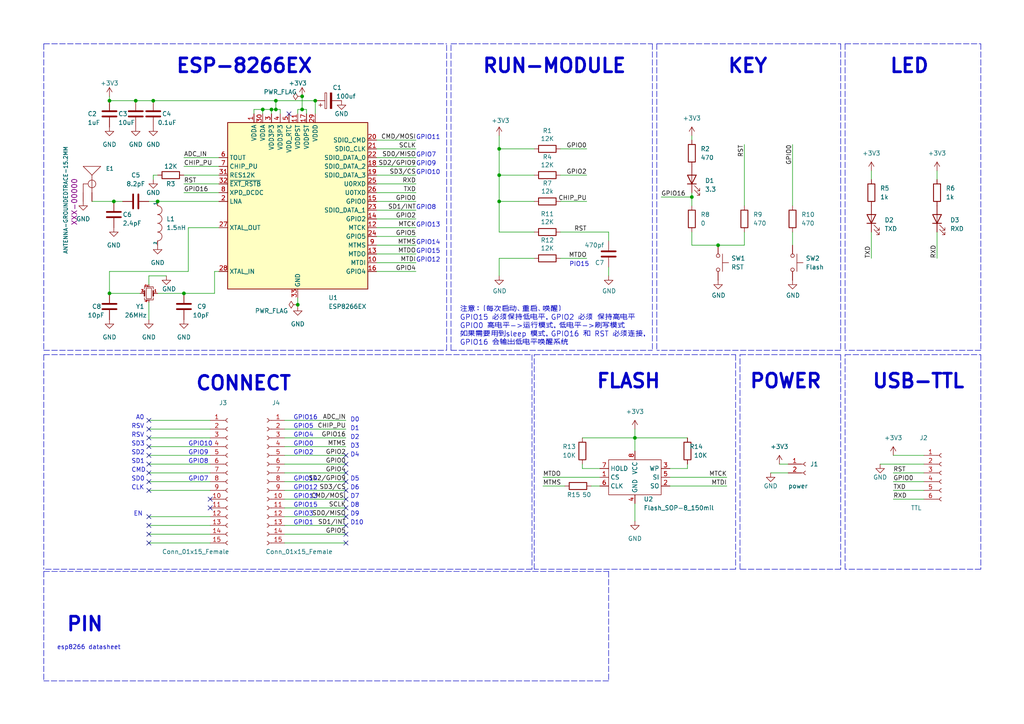
<source format=kicad_sch>
(kicad_sch (version 20211123) (generator eeschema)
  (paper "A4")
  (lib_symbols
    (symbol "Connector:Conn_01x02_Female" (pin_names (offset 1.016) hide)
      (property "Reference" "J" (at 0 2.54 0))
      (property "Value" "Conn_01x02_Female" (at 0 -5.08 0))
      (symbol "Conn_01x02_Female_1_1"
        (arc (start 0 -2.032) (mid -0.508 -2.54) (end 0 -3.048) (stroke (width 0.1524)))
        (polyline (pts (xy -1.27 -2.54) (xy -0.508 -2.54)) (stroke (width 0.1524)))
        (polyline (pts (xy -1.27 0) (xy -0.508 0)) (stroke (width 0.1524)))
        (arc (start 0 0.508) (mid -0.508 0) (end 0 -0.508) (stroke (width 0.1524)))
        (pin passive line (at -5.08 0 0) (length 3.81) (name "Pin_1") (number "1"))
        (pin passive line (at -5.08 -2.54 0) (length 3.81) (name "Pin_2") (number "2"))
      )
    )
    (symbol "Connector:Conn_01x06_Female" (pin_names (offset 1.016) hide)
      (property "Reference" "J" (at 0 7.62 0))
      (property "Value" "Conn_01x06_Female" (at 0 -10.16 0))
      (symbol "Conn_01x06_Female_1_1"
        (arc (start 0 -7.112) (mid -0.508 -7.62) (end 0 -8.128) (stroke (width 0.1524)))
        (arc (start 0 -4.572) (mid -0.508 -5.08) (end 0 -5.588) (stroke (width 0.1524)))
        (arc (start 0 -2.032) (mid -0.508 -2.54) (end 0 -3.048) (stroke (width 0.1524)))
        (polyline (pts (xy -1.27 -7.62) (xy -0.508 -7.62)) (stroke (width 0.1524)))
        (polyline (pts (xy -1.27 -5.08) (xy -0.508 -5.08)) (stroke (width 0.1524)))
        (polyline (pts (xy -1.27 -2.54) (xy -0.508 -2.54)) (stroke (width 0.1524)))
        (polyline (pts (xy -1.27 0) (xy -0.508 0)) (stroke (width 0.1524)))
        (polyline (pts (xy -1.27 2.54) (xy -0.508 2.54)) (stroke (width 0.1524)))
        (polyline (pts (xy -1.27 5.08) (xy -0.508 5.08)) (stroke (width 0.1524)))
        (arc (start 0 0.508) (mid -0.508 0) (end 0 -0.508) (stroke (width 0.1524)))
        (arc (start 0 3.048) (mid -0.508 2.54) (end 0 2.032) (stroke (width 0.1524)))
        (arc (start 0 5.588) (mid -0.508 5.08) (end 0 4.572) (stroke (width 0.1524)))
        (pin passive line (at -5.08 5.08 0) (length 3.81) (name "Pin_1") (number "1"))
        (pin passive line (at -5.08 2.54 0) (length 3.81) (name "Pin_2") (number "2"))
        (pin passive line (at -5.08 0 0) (length 3.81) (name "Pin_3") (number "3"))
        (pin passive line (at -5.08 -2.54 0) (length 3.81) (name "Pin_4") (number "4"))
        (pin passive line (at -5.08 -5.08 0) (length 3.81) (name "Pin_5") (number "5"))
        (pin passive line (at -5.08 -7.62 0) (length 3.81) (name "Pin_6") (number "6"))
      )
    )
    (symbol "Connector:Conn_01x15_Female" (pin_names (offset 1.016) hide)
      (property "Reference" "J" (at 0 20.32 0))
      (property "Value" "Conn_01x15_Female" (at 0 -20.32 0))
      (symbol "Conn_01x15_Female_1_1"
        (arc (start 0 -17.272) (mid -0.508 -17.78) (end 0 -18.288) (stroke (width 0.1524)))
        (arc (start 0 -14.732) (mid -0.508 -15.24) (end 0 -15.748) (stroke (width 0.1524)))
        (arc (start 0 -12.192) (mid -0.508 -12.7) (end 0 -13.208) (stroke (width 0.1524)))
        (arc (start 0 -9.652) (mid -0.508 -10.16) (end 0 -10.668) (stroke (width 0.1524)))
        (arc (start 0 -7.112) (mid -0.508 -7.62) (end 0 -8.128) (stroke (width 0.1524)))
        (arc (start 0 -4.572) (mid -0.508 -5.08) (end 0 -5.588) (stroke (width 0.1524)))
        (arc (start 0 -2.032) (mid -0.508 -2.54) (end 0 -3.048) (stroke (width 0.1524)))
        (polyline (pts (xy -1.27 -17.78) (xy -0.508 -17.78)) (stroke (width 0.1524)))
        (polyline (pts (xy -1.27 -15.24) (xy -0.508 -15.24)) (stroke (width 0.1524)))
        (polyline (pts (xy -1.27 -12.7) (xy -0.508 -12.7)) (stroke (width 0.1524)))
        (polyline (pts (xy -1.27 -10.16) (xy -0.508 -10.16)) (stroke (width 0.1524)))
        (polyline (pts (xy -1.27 -7.62) (xy -0.508 -7.62)) (stroke (width 0.1524)))
        (polyline (pts (xy -1.27 -5.08) (xy -0.508 -5.08)) (stroke (width 0.1524)))
        (polyline (pts (xy -1.27 -2.54) (xy -0.508 -2.54)) (stroke (width 0.1524)))
        (polyline (pts (xy -1.27 0) (xy -0.508 0)) (stroke (width 0.1524)))
        (polyline (pts (xy -1.27 2.54) (xy -0.508 2.54)) (stroke (width 0.1524)))
        (polyline (pts (xy -1.27 5.08) (xy -0.508 5.08)) (stroke (width 0.1524)))
        (polyline (pts (xy -1.27 7.62) (xy -0.508 7.62)) (stroke (width 0.1524)))
        (polyline (pts (xy -1.27 10.16) (xy -0.508 10.16)) (stroke (width 0.1524)))
        (polyline (pts (xy -1.27 12.7) (xy -0.508 12.7)) (stroke (width 0.1524)))
        (polyline (pts (xy -1.27 15.24) (xy -0.508 15.24)) (stroke (width 0.1524)))
        (polyline (pts (xy -1.27 17.78) (xy -0.508 17.78)) (stroke (width 0.1524)))
        (arc (start 0 0.508) (mid -0.508 0) (end 0 -0.508) (stroke (width 0.1524)))
        (arc (start 0 3.048) (mid -0.508 2.54) (end 0 2.032) (stroke (width 0.1524)))
        (arc (start 0 5.588) (mid -0.508 5.08) (end 0 4.572) (stroke (width 0.1524)))
        (arc (start 0 8.128) (mid -0.508 7.62) (end 0 7.112) (stroke (width 0.1524)))
        (arc (start 0 10.668) (mid -0.508 10.16) (end 0 9.652) (stroke (width 0.1524)))
        (arc (start 0 13.208) (mid -0.508 12.7) (end 0 12.192) (stroke (width 0.1524)))
        (arc (start 0 15.748) (mid -0.508 15.24) (end 0 14.732) (stroke (width 0.1524)))
        (arc (start 0 18.288) (mid -0.508 17.78) (end 0 17.272) (stroke (width 0.1524)))
        (pin passive line (at -5.08 17.78 0) (length 3.81) (name "Pin_1") (number "1"))
        (pin passive line (at -5.08 -5.08 0) (length 3.81) (name "Pin_10") (number "10"))
        (pin passive line (at -5.08 -7.62 0) (length 3.81) (name "Pin_11") (number "11"))
        (pin passive line (at -5.08 -10.16 0) (length 3.81) (name "Pin_12") (number "12"))
        (pin passive line (at -5.08 -12.7 0) (length 3.81) (name "Pin_13") (number "13"))
        (pin passive line (at -5.08 -15.24 0) (length 3.81) (name "Pin_14") (number "14"))
        (pin passive line (at -5.08 -17.78 0) (length 3.81) (name "Pin_15") (number "15"))
        (pin passive line (at -5.08 15.24 0) (length 3.81) (name "Pin_2") (number "2"))
        (pin passive line (at -5.08 12.7 0) (length 3.81) (name "Pin_3") (number "3"))
        (pin passive line (at -5.08 10.16 0) (length 3.81) (name "Pin_4") (number "4"))
        (pin passive line (at -5.08 7.62 0) (length 3.81) (name "Pin_5") (number "5"))
        (pin passive line (at -5.08 5.08 0) (length 3.81) (name "Pin_6") (number "6"))
        (pin passive line (at -5.08 2.54 0) (length 3.81) (name "Pin_7") (number "7"))
        (pin passive line (at -5.08 0 0) (length 3.81) (name "Pin_8") (number "8"))
        (pin passive line (at -5.08 -2.54 0) (length 3.81) (name "Pin_9") (number "9"))
      )
    )
    (symbol "Device:C" (pin_numbers hide) (pin_names (offset 0.254))
      (property "Reference" "C" (at 0.635 2.54 0))
      (property "Value" "C" (at 0.635 -2.54 0))
      (symbol "C_0_1"
        (polyline (pts (xy -2.032 -0.762) (xy 2.032 -0.762)) (stroke (width 0.508)))
        (polyline (pts (xy -2.032 0.762) (xy 2.032 0.762)) (stroke (width 0.508)))
      )
      (symbol "C_1_1"
        (pin passive line (at 0 3.81 270) (length 2.794) (name "~") (number "1"))
        (pin passive line (at 0 -3.81 90) (length 2.794) (name "~") (number "2"))
      )
    )
    (symbol "Device:C_Polarized" (pin_numbers hide) (pin_names (offset 0.254))
      (property "Reference" "C" (at 0.635 2.54 0))
      (property "Value" "C_Polarized" (at 0.635 -2.54 0))
      (symbol "C_Polarized_0_1"
        (rectangle (start -2.286 0.508) (end 2.286 1.016))
        (polyline (pts (xy -1.778 2.286) (xy -0.762 2.286)))
        (polyline (pts (xy -1.27 2.794) (xy -1.27 1.778)))
        (rectangle (start 2.286 -0.508) (end -2.286 -1.016) (fill (type outline)))
      )
      (symbol "C_Polarized_1_1"
        (pin passive line (at 0 3.81 270) (length 2.794) (name "~") (number "1"))
        (pin passive line (at 0 -3.81 90) (length 2.794) (name "~") (number "2"))
      )
    )
    (symbol "Device:Crystal_GND24_Small" (pin_names (offset 1.016) hide)
      (property "Reference" "Y" (at 1.27 4.445 0))
      (property "Value" "Crystal_GND24_Small" (at 1.27 2.54 0))
      (symbol "Crystal_GND24_Small_0_1"
        (rectangle (start -0.762 -1.524) (end 0.762 1.524))
        (polyline (pts (xy -1.27 -0.762) (xy -1.27 0.762)) (stroke (width 0.381)))
        (polyline (pts (xy 1.27 -0.762) (xy 1.27 0.762)) (stroke (width 0.381)))
        (polyline (pts (xy -1.27 -1.27) (xy -1.27 -1.905) (xy 1.27 -1.905) (xy 1.27 -1.27)))
        (polyline (pts (xy -1.27 1.27) (xy -1.27 1.905) (xy 1.27 1.905) (xy 1.27 1.27)))
      )
      (symbol "Crystal_GND24_Small_1_1"
        (pin passive line (at -2.54 0 0) (length 1.27) (name "1") (number "1"))
        (pin passive line (at 0 -2.54 90) (length 0.635) (name "2") (number "2"))
        (pin passive line (at 2.54 0 180) (length 1.27) (name "3") (number "3"))
        (pin passive line (at 0 2.54 270) (length 0.635) (name "4") (number "4"))
      )
    )
    (symbol "Device:LED" (pin_numbers hide) (pin_names (offset 1.016) hide)
      (property "Reference" "D" (at 0 2.54 0))
      (property "Value" "LED" (at 0 -2.54 0))
      (symbol "LED_0_1"
        (polyline (pts (xy -1.27 -1.27) (xy -1.27 1.27)) (stroke (width 0.254)))
        (polyline (pts (xy -1.27 0) (xy 1.27 0)))
        (polyline (pts (xy 1.27 -1.27) (xy 1.27 1.27) (xy -1.27 0) (xy 1.27 -1.27)) (stroke (width 0.254)))
        (polyline (pts (xy -3.048 -0.762) (xy -4.572 -2.286) (xy -3.81 -2.286) (xy -4.572 -2.286) (xy -4.572 -1.524)))
        (polyline (pts (xy -1.778 -0.762) (xy -3.302 -2.286) (xy -2.54 -2.286) (xy -3.302 -2.286) (xy -3.302 -1.524)))
      )
      (symbol "LED_1_1"
        (pin passive line (at -3.81 0 0) (length 2.54) (name "K") (number "1"))
        (pin passive line (at 3.81 0 180) (length 2.54) (name "A") (number "2"))
      )
    )
    (symbol "Device:R" (pin_numbers hide) (pin_names (offset 0))
      (property "Reference" "R" (at 2.032 0 90))
      (property "Value" "R" (at 0 0 90))
      (symbol "R_0_1"
        (rectangle (start -1.016 -2.54) (end 1.016 2.54) (stroke (width 0.254)))
      )
      (symbol "R_1_1"
        (pin passive line (at 0 3.81 270) (length 1.27) (name "~") (number "1"))
        (pin passive line (at 0 -3.81 90) (length 1.27) (name "~") (number "2"))
      )
    )
    (symbol "MCU_Espressif:ESP8266EX"
      (property "Reference" "U" (at 0 2.54 0))
      (property "Value" "ESP8266EX" (at 0 -2.54 0))
      (symbol "ESP8266EX_0_1"
        (rectangle (start -20.32 22.86) (end 20.32 -25.4) (stroke (width 0.254)) (fill (type background)))
      )
      (symbol "ESP8266EX_1_1"
        (pin power_in line (at -12.7 25.4 270) (length 2.54) (name "VDDA") (number "1"))
        (pin bidirectional line (at 22.86 -17.78 180) (length 2.54) (name "MTDI") (number "10"))
        (pin power_in line (at 0 25.4 270) (length 2.54) (name "VDDPST") (number "11"))
        (pin bidirectional line (at 22.86 -7.62 180) (length 2.54) (name "MTCK") (number "12"))
        (pin bidirectional line (at 22.86 -15.24 180) (length 2.54) (name "MTDO") (number "13"))
        (pin bidirectional line (at 22.86 -5.08 180) (length 2.54) (name "GPIO2") (number "14"))
        (pin bidirectional line (at 22.86 0 180) (length 2.54) (name "GPIO0") (number "15"))
        (pin bidirectional line (at 22.86 -20.32 180) (length 2.54) (name "GPIO4") (number "16"))
        (pin power_in line (at 2.54 25.4 270) (length 2.54) (name "VDDPST") (number "17"))
        (pin bidirectional line (at 22.86 10.16 180) (length 2.54) (name "SDIO_DATA_2") (number "18"))
        (pin bidirectional line (at 22.86 7.62 180) (length 2.54) (name "SDIO_DATA_3") (number "19"))
        (pin bidirectional line (at -22.86 0 0) (length 2.54) (name "LNA") (number "2"))
        (pin bidirectional line (at 22.86 17.78 180) (length 2.54) (name "SDIO_CMD") (number "20"))
        (pin bidirectional line (at 22.86 15.24 180) (length 2.54) (name "SDIO_CLK") (number "21"))
        (pin bidirectional line (at 22.86 12.7 180) (length 2.54) (name "SDIO_DATA_0") (number "22"))
        (pin bidirectional line (at 22.86 -2.54 180) (length 2.54) (name "SDIO_DATA_1") (number "23"))
        (pin bidirectional line (at 22.86 -10.16 180) (length 2.54) (name "GPIO5") (number "24"))
        (pin bidirectional line (at 22.86 5.08 180) (length 2.54) (name "U0RXD") (number "25"))
        (pin bidirectional line (at 22.86 2.54 180) (length 2.54) (name "U0TXD") (number "26"))
        (pin bidirectional line (at -22.86 -7.62 0) (length 2.54) (name "XTAL_OUT") (number "27"))
        (pin bidirectional line (at -22.86 -20.32 0) (length 2.54) (name "XTAL_IN") (number "28"))
        (pin power_in line (at 5.08 25.4 270) (length 2.54) (name "VDDD") (number "29"))
        (pin power_in line (at -7.62 25.4 270) (length 2.54) (name "VDD3P3") (number "3"))
        (pin power_in line (at -10.16 25.4 270) (length 2.54) (name "VDDA") (number "30"))
        (pin input line (at -22.86 7.62 0) (length 2.54) (name "RES12K") (number "31"))
        (pin input line (at -22.86 5.08 0) (length 2.54) (name "~{EXT_RSTB}") (number "32"))
        (pin power_in line (at 0 -27.94 90) (length 2.54) (name "GND") (number "33"))
        (pin power_in line (at -5.08 25.4 270) (length 2.54) (name "VDD3P3") (number "4"))
        (pin power_in line (at -2.54 25.4 270) (length 2.54) (name "VDD_RTC") (number "5"))
        (pin input line (at -22.86 12.7 0) (length 2.54) (name "TOUT") (number "6"))
        (pin input line (at -22.86 10.16 0) (length 2.54) (name "CHIP_PU") (number "7"))
        (pin bidirectional line (at -22.86 2.54 0) (length 2.54) (name "XPD_DCDC") (number "8"))
        (pin bidirectional line (at 22.86 -12.7 180) (length 2.54) (name "MTMS") (number "9"))
      )
    )
    (symbol "My-lib:Flash_SOP-8_150mil"
      (property "Reference" "U" (at 0 -12.7 0))
      (property "Value" "Flash_SOP-8_150mil" (at 0 -15.24 0))
      (symbol "Flash_SOP-8_150mil_0_1"
        (rectangle (start -7.62 5.08) (end 7.62 -5.08))
      )
      (symbol "Flash_SOP-8_150mil_1_1"
        (pin bidirectional line (at -10.16 0 0) (length 2.54) (name "CS") (number "1"))
        (pin bidirectional line (at 10.16 -2.54 180) (length 2.54) (name "SO") (number "2"))
        (pin bidirectional line (at 10.16 2.54 180) (length 2.54) (name "WP") (number "3"))
        (pin bidirectional line (at 0 -7.62 90) (length 2.54) (name "GND") (number "4"))
        (pin bidirectional line (at 10.16 0 180) (length 2.54) (name "SI") (number "5"))
        (pin bidirectional line (at -10.16 -2.54 0) (length 2.54) (name "CLK") (number "6"))
        (pin bidirectional line (at -10.16 2.54 0) (length 2.54) (name "HOLD") (number "7"))
        (pin bidirectional line (at 0 7.62 270) (length 2.54) (name "VCC") (number "8"))
      )
    )
    (symbol "SparkFun-RF:ANTENNA-GROUNDEDTRACE-15.2MM" (pin_numbers hide) (pin_names (offset 1.016) hide)
      (property "Reference" "E" (at 3.81 -1.27 0))
      (property "Value" "ANTENNA-GROUNDEDTRACE-15.2MM" (at 3.81 -10.16 0))
      (property "Field4" "XXX-00000" (at 0 2.54 0))
      (symbol "ANTENNA-GROUNDEDTRACE-15.2MM_1_0"
        (polyline (pts (xy -2.54 0) (xy 2.54 0)))
        (polyline (pts (xy 0 -2.54) (xy -2.54 0)))
        (polyline (pts (xy 0 -2.54) (xy 0 -7.62)))
        (polyline (pts (xy 0 -2.54) (xy 2.54 0)))
        (polyline (pts (xy 1.27 -5.08) (xy 2.54 -5.08)))
        (polyline (pts (xy 2.54 -5.08) (xy 2.54 -7.62)))
      )
      (symbol "ANTENNA-GROUNDEDTRACE-15.2MM_1_1"
        (circle (center 0 -5.08) (radius 1.1176))
        (pin bidirectional line (at 0 -10.16 90) (length 2.54) (name "SIGNAL") (number "ANT"))
        (pin bidirectional line (at 2.54 -10.16 90) (length 2.54) (name "GND") (number "GND"))
      )
    )
    (symbol "Switch:SW_Push" (pin_numbers hide) (pin_names (offset 1.016) hide)
      (property "Reference" "SW" (at 1.27 2.54 0))
      (property "Value" "SW_Push" (at 0 -1.524 0))
      (symbol "SW_Push_0_1"
        (circle (center -2.032 0) (radius 0.508))
        (polyline (pts (xy 0 1.27) (xy 0 3.048)))
        (polyline (pts (xy 2.54 1.27) (xy -2.54 1.27)))
        (circle (center 2.032 0) (radius 0.508))
        (pin passive line (at -5.08 0 0) (length 2.54) (name "1") (number "1"))
        (pin passive line (at 5.08 0 180) (length 2.54) (name "2") (number "2"))
      )
    )
    (symbol "power:+3.3V" (power) (pin_names (offset 0))
      (property "Value" "+3.3V" (at 0 3.556 0))
      (symbol "+3.3V_0_1"
        (polyline (pts (xy -0.762 1.27) (xy 0 2.54)))
        (polyline (pts (xy 0 0) (xy 0 2.54)))
        (polyline (pts (xy 0 2.54) (xy 0.762 1.27)))
      )
      (symbol "+3.3V_1_1"
        (pin power_in line (at 0 0 90) (length 0) hide (name "+3V3") (number "1"))
      )
    )
    (symbol "power:+3V3" (power) (pin_names (offset 0))
      (property "Value" "+3V3" (at 0 3.556 0))
      (symbol "+3V3_0_1"
        (polyline (pts (xy -0.762 1.27) (xy 0 2.54)))
        (polyline (pts (xy 0 0) (xy 0 2.54)))
        (polyline (pts (xy 0 2.54) (xy 0.762 1.27)))
      )
      (symbol "+3V3_1_1"
        (pin power_in line (at 0 0 90) (length 0) hide (name "+3V3") (number "1"))
      )
    )
    (symbol "power:GND" (power) (pin_names (offset 0))
      (property "Value" "GND" (at 0 -3.81 0))
      (symbol "GND_0_1"
        (polyline (pts (xy 0 0) (xy 0 -1.27) (xy 1.27 -1.27) (xy 0 -2.54) (xy -1.27 -1.27) (xy 0 -1.27)))
      )
      (symbol "GND_1_1"
        (pin power_in line (at 0 0 270) (length 0) hide (name "GND") (number "1"))
      )
    )
    (symbol "power:PWR_FLAG" (power) (pin_numbers hide) (pin_names (offset 0) hide)
      (property "Value" "PWR_FLAG" (at 0 3.81 0))
      (symbol "PWR_FLAG_0_0"
        (pin power_out line (at 0 0 90) (length 0) (name "pwr") (number "1"))
      )
      (symbol "PWR_FLAG_0_1"
        (polyline (pts (xy 0 0) (xy 0 1.27) (xy -1.016 1.905) (xy 0 2.54) (xy 1.016 1.905) (xy 0 1.27)))
      )
    )
    (symbol "pspice:INDUCTOR" (pin_numbers hide) (pin_names (offset 0))
      (property "Reference" "L" (at 0 2.54 0))
      (property "Value" "INDUCTOR" (at 0 -1.27 0))
      (symbol "INDUCTOR_0_1"
        (arc (start -2.54 0) (mid -3.81 1.27) (end -5.08 0))
        (arc (start 0 0) (mid -1.27 1.27) (end -2.54 0))
        (arc (start 2.54 0) (mid 1.27 1.27) (end 0 0))
        (arc (start 5.08 0) (mid 3.81 1.27) (end 2.54 0))
      )
      (symbol "INDUCTOR_1_1"
        (pin input line (at -6.35 0 0) (length 1.27) (name "1") (number "1"))
        (pin input line (at 6.35 0 180) (length 1.27) (name "2") (number "2"))
      )
    )
  )
  (junction (at 31.75 85.09))
  (junction (at 87.63 31.75))
  (junction (at 91.44 29.21))
  (junction (at 53.34 85.09))
  (junction (at 80.01 29.21))
  (junction (at 87.63 27.94))
  (junction (at 200.66 57.15))
  (junction (at 44.45 29.21))
  (junction (at 39.37 29.21))
  (junction (at 144.78 58.42))
  (junction (at 80.01 31.75))
  (junction (at 184.15 127))
  (junction (at 78.74 31.75))
  (junction (at 86.36 88.3792))
  (junction (at 76.2 31.75))
  (junction (at 45.72 58.42))
  (junction (at 144.78 50.8))
  (junction (at 144.78 43.18))
  (junction (at 31.75 29.21))
  (junction (at 208.28 71.12))
  (junction (at 33.02 58.42))
  (no_connect (at 43.18 127))
  (no_connect (at 43.18 124.46))
  (no_connect (at 43.18 121.92))
  (no_connect (at 43.18 134.62))
  (no_connect (at 43.18 129.54))
  (no_connect (at 43.18 132.08))
  (no_connect (at 43.18 137.16))
  (no_connect (at 43.18 142.24))
  (no_connect (at 43.18 139.7))
  (no_connect (at 43.18 152.4))
  (no_connect (at 43.18 154.94))
  (no_connect (at 43.18 157.48))
  (no_connect (at 60.96 144.78))
  (no_connect (at 100.33 137.16))
  (no_connect (at 100.33 139.7))
  (no_connect (at 100.33 134.62))
  (no_connect (at 100.33 132.08))
  (no_connect (at 60.96 147.32))
  (no_connect (at 100.33 142.24))
  (no_connect (at 100.33 144.78))
  (no_connect (at 100.33 157.48))
  (no_connect (at 100.33 147.32))
  (no_connect (at 100.33 149.86))
  (no_connect (at 100.33 152.4))
  (no_connect (at 100.33 154.94))
  (no_connect (at 43.18 149.86))
  (no_connect (at 83.82 33.02))
  (wire (pts (xy 215.9 41.91) (xy 215.9 59.69)))
  (wire (pts (xy 91.44 29.21) (xy 80.01 29.21)))
  (wire (pts (xy 76.2 31.75) (xy 76.2 33.02)))
  (wire (pts (xy 168.91 134.62) (xy 168.91 135.89)))
  (wire (pts (xy 144.78 67.31) (xy 154.94 67.31)))
  (wire (pts (xy 82.55 124.46) (xy 100.33 124.46)))
  (wire (pts (xy 271.78 67.31) (xy 271.78 74.93)))
  (polyline (pts (xy 284.48 165.1) (xy 245.11 165.1)))
  (wire (pts (xy 43.18 127) (xy 60.96 127)))
  (wire (pts (xy 184.15 127) (xy 184.15 130.81)))
  (wire (pts (xy 200.66 57.15) (xy 200.66 59.69)))
  (wire (pts (xy 259.08 139.7) (xy 267.97 139.7)))
  (wire (pts (xy 259.08 142.24) (xy 267.97 142.24)))
  (wire (pts (xy 109.22 43.18) (xy 120.65 43.18)))
  (wire (pts (xy 162.56 74.93) (xy 170.18 74.93)))
  (polyline (pts (xy 130.81 12.7) (xy 189.23 12.7)))
  (wire (pts (xy 109.22 50.8) (xy 120.65 50.8)))
  (wire (pts (xy 162.56 67.31) (xy 176.53 67.31)))
  (polyline (pts (xy 129.54 101.6) (xy 129.54 12.7)))
  (wire (pts (xy 82.55 144.78) (xy 100.33 144.78)))
  (wire (pts (xy 229.87 71.12) (xy 229.87 67.31)))
  (wire (pts (xy 109.22 58.42) (xy 120.65 58.42)))
  (wire (pts (xy 144.78 50.8) (xy 144.78 58.42)))
  (wire (pts (xy 82.55 121.92) (xy 100.33 121.92)))
  (polyline (pts (xy 214.63 102.87) (xy 243.84 102.87)))
  (wire (pts (xy 54.61 66.04) (xy 63.5 66.04)))
  (polyline (pts (xy 284.48 12.7) (xy 284.48 101.6)))
  (polyline (pts (xy 243.84 165.1) (xy 214.63 165.1)))
  (polyline (pts (xy 189.23 12.7) (xy 189.23 101.6)))
  (wire (pts (xy 109.22 40.64) (xy 120.65 40.64)))
  (wire (pts (xy 109.22 68.58) (xy 120.65 68.58)))
  (polyline (pts (xy 213.36 102.87) (xy 213.36 165.1)))
  (wire (pts (xy 78.74 33.02) (xy 78.74 31.75)))
  (wire (pts (xy 200.66 71.12) (xy 208.28 71.12)))
  (wire (pts (xy 54.61 78.74) (xy 54.61 66.04)))
  (wire (pts (xy 259.08 132.08) (xy 267.97 132.08)))
  (wire (pts (xy 80.01 29.21) (xy 80.01 31.75)))
  (wire (pts (xy 184.15 127) (xy 199.39 127)))
  (wire (pts (xy 43.18 154.94) (xy 60.96 154.94)))
  (wire (pts (xy 184.15 124.46) (xy 184.15 127)))
  (wire (pts (xy 199.39 135.89) (xy 199.39 134.62)))
  (wire (pts (xy 48.26 80.01) (xy 43.18 80.01)))
  (wire (pts (xy 39.37 29.21) (xy 44.45 29.21)))
  (wire (pts (xy 171.45 140.97) (xy 173.99 140.97)))
  (wire (pts (xy 63.5 78.74) (xy 62.23 78.74)))
  (wire (pts (xy 259.08 144.78) (xy 267.97 144.78)))
  (wire (pts (xy 82.55 134.62) (xy 100.33 134.62)))
  (polyline (pts (xy 130.81 101.6) (xy 130.81 12.7)))
  (polyline (pts (xy 284.48 102.87) (xy 284.48 165.1)))
  (wire (pts (xy 43.18 149.86) (xy 60.96 149.86)))
  (polyline (pts (xy 12.7 165.735) (xy 176.53 165.735)))
  (wire (pts (xy 53.34 85.09) (xy 62.23 85.09)))
  (wire (pts (xy 43.18 132.08) (xy 60.96 132.08)))
  (wire (pts (xy 82.55 152.4) (xy 100.33 152.4)))
  (wire (pts (xy 53.34 55.88) (xy 63.5 55.88)))
  (wire (pts (xy 229.87 41.91) (xy 229.87 59.69)))
  (wire (pts (xy 87.63 31.75) (xy 88.9 31.75)))
  (wire (pts (xy 82.55 154.94) (xy 100.33 154.94)))
  (wire (pts (xy 200.66 39.37) (xy 200.66 40.64)))
  (wire (pts (xy 43.18 80.01) (xy 43.18 82.55)))
  (wire (pts (xy 109.22 48.26) (xy 120.65 48.26)))
  (wire (pts (xy 88.9 31.75) (xy 88.9 33.02)))
  (polyline (pts (xy 176.53 165.735) (xy 176.53 197.485)))
  (wire (pts (xy 91.44 33.02) (xy 91.44 29.21)))
  (wire (pts (xy 82.55 137.16) (xy 100.33 137.16)))
  (wire (pts (xy 43.18 129.54) (xy 60.96 129.54)))
  (wire (pts (xy 31.75 29.21) (xy 39.37 29.21)))
  (wire (pts (xy 86.36 31.75) (xy 87.63 31.75)))
  (wire (pts (xy 62.23 78.74) (xy 62.23 85.09)))
  (wire (pts (xy 73.66 31.75) (xy 76.2 31.75)))
  (wire (pts (xy 157.48 140.97) (xy 163.83 140.97)))
  (polyline (pts (xy 190.5 12.7) (xy 190.5 101.6)))
  (polyline (pts (xy 245.11 102.87) (xy 284.48 102.87)))
  (wire (pts (xy 144.78 43.18) (xy 154.94 43.18)))
  (wire (pts (xy 200.66 67.31) (xy 200.66 71.12)))
  (wire (pts (xy 194.31 138.43) (xy 210.82 138.43)))
  (polyline (pts (xy 154.305 165.1) (xy 12.7 165.1)))
  (wire (pts (xy 109.22 55.88) (xy 120.65 55.88)))
  (wire (pts (xy 78.74 31.75) (xy 80.01 31.75)))
  (wire (pts (xy 43.18 134.62) (xy 60.96 134.62)))
  (wire (pts (xy 43.18 121.92) (xy 60.96 121.92)))
  (wire (pts (xy 81.28 31.75) (xy 81.28 33.02)))
  (wire (pts (xy 82.55 147.32) (xy 100.33 147.32)))
  (wire (pts (xy 80.01 31.75) (xy 81.28 31.75)))
  (wire (pts (xy 82.55 129.54) (xy 100.33 129.54)))
  (wire (pts (xy 252.73 49.53) (xy 252.73 52.07)))
  (wire (pts (xy 44.45 50.8) (xy 44.45 52.07)))
  (wire (pts (xy 82.55 157.48) (xy 100.33 157.48)))
  (polyline (pts (xy 245.11 12.7) (xy 245.11 101.6)))
  (wire (pts (xy 162.56 58.42) (xy 170.18 58.42)))
  (wire (pts (xy 44.45 29.21) (xy 80.01 29.21)))
  (wire (pts (xy 144.78 74.93) (xy 144.78 80.01)))
  (wire (pts (xy 82.55 132.08) (xy 100.33 132.08)))
  (wire (pts (xy 31.75 78.74) (xy 31.75 85.09)))
  (wire (pts (xy 86.36 33.02) (xy 86.36 31.75)))
  (wire (pts (xy 162.56 43.18) (xy 170.18 43.18)))
  (wire (pts (xy 168.91 135.89) (xy 173.99 135.89)))
  (wire (pts (xy 184.15 151.13) (xy 184.15 146.05)))
  (wire (pts (xy 82.55 149.86) (xy 100.33 149.86)))
  (polyline (pts (xy 190.5 12.7) (xy 243.84 12.7)))
  (wire (pts (xy 82.55 127) (xy 100.33 127)))
  (wire (pts (xy 82.55 142.24) (xy 100.33 142.24)))
  (polyline (pts (xy 130.81 101.6) (xy 189.23 101.6)))
  (polyline (pts (xy 176.53 197.485) (xy 12.7 197.485)))
  (wire (pts (xy 144.78 50.8) (xy 154.94 50.8)))
  (wire (pts (xy 176.53 67.31) (xy 176.53 69.85)))
  (polyline (pts (xy 12.7 165.735) (xy 12.7 197.485)))
  (polyline (pts (xy 12.7 12.7) (xy 12.7 101.6)))
  (wire (pts (xy 86.36 86.36) (xy 86.36 88.3792)))
  (wire (pts (xy 194.31 140.97) (xy 210.82 140.97)))
  (wire (pts (xy 45.72 50.8) (xy 44.45 50.8)))
  (wire (pts (xy 176.53 77.47) (xy 176.53 80.01)))
  (wire (pts (xy 31.75 85.09) (xy 40.64 85.09)))
  (wire (pts (xy 144.78 58.42) (xy 154.94 58.42)))
  (wire (pts (xy 43.18 137.16) (xy 60.96 137.16)))
  (wire (pts (xy 53.34 45.72) (xy 63.5 45.72)))
  (wire (pts (xy 43.18 139.7) (xy 60.96 139.7)))
  (wire (pts (xy 259.08 137.16) (xy 267.97 137.16)))
  (wire (pts (xy 63.5 50.8) (xy 53.34 50.8)))
  (polyline (pts (xy 213.36 165.1) (xy 154.94 165.1)))
  (polyline (pts (xy 214.63 165.1) (xy 214.63 102.87)))
  (wire (pts (xy 109.22 66.04) (xy 120.65 66.04)))
  (wire (pts (xy 86.36 88.3792) (xy 86.36 88.9)))
  (wire (pts (xy 73.66 31.75) (xy 73.66 33.02)))
  (wire (pts (xy 43.18 124.46) (xy 60.96 124.46)))
  (wire (pts (xy 45.72 58.42) (xy 63.5 58.42)))
  (wire (pts (xy 157.48 138.43) (xy 173.99 138.43)))
  (polyline (pts (xy 243.84 101.6) (xy 190.5 101.6)))
  (polyline (pts (xy 245.11 12.7) (xy 284.48 12.7)))
  (wire (pts (xy 144.78 43.18) (xy 144.78 50.8)))
  (wire (pts (xy 53.34 53.34) (xy 63.5 53.34)))
  (polyline (pts (xy 12.7 102.87) (xy 12.7 165.1)))
  (wire (pts (xy 43.18 142.24) (xy 60.96 142.24)))
  (wire (pts (xy 109.22 76.2) (xy 120.65 76.2)))
  (wire (pts (xy 109.22 73.66) (xy 120.65 73.66)))
  (wire (pts (xy 45.72 85.09) (xy 53.34 85.09)))
  (wire (pts (xy 144.78 74.93) (xy 154.94 74.93)))
  (polyline (pts (xy 12.7 101.6) (xy 129.54 101.6)))
  (polyline (pts (xy 243.84 102.87) (xy 243.84 165.1)))
  (wire (pts (xy 43.18 157.48) (xy 60.96 157.48)))
  (wire (pts (xy 109.22 60.96) (xy 120.65 60.96)))
  (wire (pts (xy 215.9 67.31) (xy 215.9 71.12)))
  (wire (pts (xy 109.22 63.5) (xy 120.65 63.5)))
  (wire (pts (xy 162.56 50.8) (xy 170.18 50.8)))
  (wire (pts (xy 200.66 55.88) (xy 200.66 57.15)))
  (wire (pts (xy 194.31 135.89) (xy 199.39 135.89)))
  (wire (pts (xy 252.73 67.31) (xy 252.73 74.93)))
  (wire (pts (xy 223.52 137.16) (xy 228.6 137.16)))
  (wire (pts (xy 109.22 45.72) (xy 120.65 45.72)))
  (polyline (pts (xy 284.48 101.6) (xy 245.11 101.6)))
  (wire (pts (xy 168.91 127) (xy 184.15 127)))
  (wire (pts (xy 226.06 134.62) (xy 228.6 134.62)))
  (wire (pts (xy 43.18 92.71) (xy 43.18 87.63)))
  (wire (pts (xy 87.63 27.94) (xy 87.63 31.75)))
  (wire (pts (xy 76.2 31.75) (xy 78.74 31.75)))
  (wire (pts (xy 43.18 152.4) (xy 60.96 152.4)))
  (wire (pts (xy 26.67 58.42) (xy 33.02 58.42)))
  (polyline (pts (xy 154.305 102.87) (xy 154.305 165.1)))
  (wire (pts (xy 31.75 78.74) (xy 54.61 78.74)))
  (wire (pts (xy 191.77 57.15) (xy 200.66 57.15)))
  (polyline (pts (xy 245.11 165.1) (xy 245.11 102.87)))
  (wire (pts (xy 144.78 58.42) (xy 144.78 67.31)))
  (wire (pts (xy 215.9 71.12) (xy 208.28 71.12)))
  (wire (pts (xy 271.78 49.53) (xy 271.78 52.07)))
  (wire (pts (xy 43.18 58.42) (xy 45.72 58.42)))
  (wire (pts (xy 109.22 53.34) (xy 120.65 53.34)))
  (polyline (pts (xy 243.84 12.7) (xy 243.84 101.6)))
  (polyline (pts (xy 12.7 102.87) (xy 154.305 102.87)))
  (wire (pts (xy 109.22 71.12) (xy 120.65 71.12)))
  (wire (pts (xy 33.02 58.42) (xy 35.56 58.42)))
  (wire (pts (xy 82.55 139.7) (xy 100.33 139.7)))
  (wire (pts (xy 144.78 39.37) (xy 144.78 43.18)))
  (wire (pts (xy 255.27 134.62) (xy 267.97 134.62)))
  (wire (pts (xy 109.22 78.74) (xy 120.65 78.74)))
  (wire (pts (xy 53.34 48.26) (xy 63.5 48.26)))
  (polyline (pts (xy 154.94 102.87) (xy 213.36 102.87)))
  (wire (pts (xy 31.75 27.94) (xy 31.75 29.21)))
  (polyline (pts (xy 154.94 165.1) (xy 154.94 102.87)))
  (polyline (pts (xy 12.7 12.7) (xy 129.54 12.7)))
  (text "GPIO0" (at 85.09 129.54 0) (effects (font (size 1.27 1.27)) (justify left bottom)))
  (text "GPIO13\n" (at 85.09 144.78 0) (effects (font (size 1.27 1.27)) (justify left bottom)))
  (text "GPIO12" (at 120.65 76.2 0) (effects (font (size 1.27 1.27)) (justify left bottom)))
  (text "GPIO11\n" (at 120.65 40.64 0) (effects (font (size 1.27 1.27)) (justify left bottom)))
  (text "USB-TTL" (at 252.73 113.03 0) (effects (font (size 4 4) (thickness 0.8) bold) (justify left bottom)))
  (text "RSV" (at 38.1 127 0) (effects (font (size 1.27 1.27)) (justify left bottom)))
  (text "GPIO7\n" (at 54.61 139.7 0) (effects (font (size 1.27 1.27)) (justify left bottom)))
  (text "CLK" (at 38.1 142.24 0) (effects (font (size 1.27 1.27)) (justify left bottom)))
  (text "管脚    名称             类型         GPIO         功能\n15      GPIO0           I/O          GPIO0        SPI_CS2\n26      U0TXD           I/O          GPIO1        可⽤作烧写 Flash 时 UART Tx；SPI_CS1\n14      GPIO2           I/O          GPIO2        可⽤作烧写 Flash 时 UART1_TX\n25      U0RXD           I/O          GPIO3        可⽤作烧写 Flash 时 UART Rx\n16      GPIO4           I/O          GPIO4\n24      GPIO5           I/O          GPIO5\n21      SDIO_CLK        I/O          GPIO6        连接到 SD_CLK（串联 200Ω）；SPI_CLK\n22      SDIO_DATA_0     I/O          GPIO7        连接到 SD_D0（串联 200Ω）；SPI_MSIO\n23      SDIO_DATA_1     I/O          GPIO8        连接到 SD_D1（串联 200Ω）；SPI_MOSI\n18      SDIO_DATA_2     I/O          GPIO9        连接到 SD_D2（串联 200Ω）；PIHD；HSPIHD\n19      SDIO_DATA_3     I/O          GPIO10       连接到 SD_D3（串联 200Ω）；SPIWP；HSPIWP\n20      SDIO_CMD        I/O          GPIO11       连接到 SD_CMD（串联 200Ω）；SPI_CS0\n10      MTDI            I/O          GPIO12       HSPI_MISO\n12      MTCK            I/O          GPIO13       HSPI_MOSI；UART0_CTS\n9       MTMS            I/O          GPIO14       HSPI_CLK\n13      MTDO            I/O          GPIO15       HSPI_CS；UART0_RTS\n8       XPD_DCDC        I/O          GPIO16       深度睡眠唤醒" (at 310.515 147.955 0) (effects (font (size 1.27 1.27)) (justify left bottom)))
  (text "GPIO10" (at 54.61 129.54 0) (effects (font (size 1.27 1.27)) (justify left bottom)))
  (text "D7\n" (at 101.6 144.78 0) (effects (font (size 1.27 1.27)) (justify left bottom)))
  (text "SD0" (at 38.1 139.7 0) (effects (font (size 1.27 1.27)) (justify left bottom)))
  (text "GPIO3" (at 85.09 149.86 0) (effects (font (size 1.27 1.27)) (justify left bottom)))
  (text "注意：（每次启动、重启、唤醒）\nGPIO15 必须保持低电平，GPIO2 必须 保持高电平\nGPIO0 高电平->运行模式，低电平->刷写模式\n如果需要用到sleep 模式，GPIO16 和 RST 必须连接，\nGPIO16 会输出低电平唤醒系统\n" (at 133.35 100.33 0) (effects (font (size 1.5 1.5)) (justify left bottom)))
  (text "D1" (at 101.6 125.095 0) (effects (font (size 1.27 1.27)) (justify left bottom)))
  (text "RSV" (at 38.1 124.46 0) (effects (font (size 1.27 1.27)) (justify left bottom)))
  (text "GPIO1" (at 85.09 152.4 0) (effects (font (size 1.27 1.27)) (justify left bottom)))
  (text "A0" (at 39.37 121.92 0) (effects (font (size 1.27 1.27)) (justify left bottom)))
  (text "GPIO10" (at 120.65 50.8 0) (effects (font (size 1.27 1.27)) (justify left bottom)))
  (text "GPIO8\n" (at 120.65 60.96 0) (effects (font (size 1.27 1.27)) (justify left bottom)))
  (text "GPIO13\n" (at 120.65 66.04 0) (effects (font (size 1.27 1.27)) (justify left bottom)))
  (text "POWER" (at 217.17 113.03 0) (effects (font (size 4 4) (thickness 0.8) bold) (justify left bottom)))
  (text "D5\n" (at 101.6 139.7 0) (effects (font (size 1.27 1.27)) (justify left bottom)))
  (text "D9" (at 101.6 149.86 0) (effects (font (size 1.27 1.27)) (justify left bottom)))
  (text "FLASH" (at 172.72 113.03 0) (effects (font (size 4 4) (thickness 0.8) bold) (justify left bottom)))
  (text "SD3" (at 38.1 129.54 0) (effects (font (size 1.27 1.27)) (justify left bottom)))
  (text "PIO15" (at 165.1 77.47 0) (effects (font (size 1.27 1.27)) (justify left bottom)))
  (text "GPIO14\n" (at 85.09 139.7 0) (effects (font (size 1.27 1.27)) (justify left bottom)))
  (text "RUN-MODULE" (at 139.7 21.59 0) (effects (font (size 4 4) (thickness 0.8) bold) (justify left bottom)))
  (text "CMD" (at 38.1 137.16 0) (effects (font (size 1.27 1.27)) (justify left bottom)))
  (text "D0\n" (at 101.6 122.555 0) (effects (font (size 1.27 1.27)) (justify left bottom)))
  (text "GPIO2" (at 85.09 132.08 0) (effects (font (size 1.27 1.27)) (justify left bottom)))
  (text "GPIO4" (at 85.09 127 0) (effects (font (size 1.27 1.27)) (justify left bottom)))
  (text "GPIO9\n" (at 120.65 48.26 0) (effects (font (size 1.27 1.27)) (justify left bottom)))
  (text "SD1" (at 38.1 134.62 0) (effects (font (size 1.27 1.27)) (justify left bottom)))
  (text "D4" (at 101.6 132.715 0) (effects (font (size 1.27 1.27)) (justify left bottom)))
  (text "D10\n" (at 101.6 152.4 0) (effects (font (size 1.27 1.27)) (justify left bottom)))
  (text "CONNECT" (at 56.515 113.665 0) (effects (font (size 4 4) (thickness 0.8) bold) (justify left bottom)))
  (text "D2" (at 101.6 127.635 0) (effects (font (size 1.27 1.27)) (justify left bottom)))
  (text "GPIO15" (at 85.09 147.32 0) (effects (font (size 1.27 1.27)) (justify left bottom)))
  (text "GPIO7\n" (at 120.65 45.72 0) (effects (font (size 1.27 1.27)) (justify left bottom)))
  (text "EN" (at 38.735 149.86 0) (effects (font (size 1.27 1.27)) (justify left bottom)))
  (text "ESP-8266EX" (at 50.8 21.59 0) (effects (font (size 4 4) (thickness 0.8) bold) (justify left bottom)))
  (text "D6" (at 101.6 142.24 0) (effects (font (size 1.27 1.27)) (justify left bottom)))
  (text "GPIO16" (at 85.09 121.92 0) (effects (font (size 1.27 1.27)) (justify left bottom)))
  (text "GPIO5" (at 85.09 124.46 0) (effects (font (size 1.27 1.27)) (justify left bottom)))
  (text "LED" (at 257.81 21.59 0) (effects (font (size 4 4) (thickness 0.8) bold) (justify left bottom)))
  (text "KEY" (at 210.82 21.59 0) (effects (font (size 4 4) (thickness 0.8) bold) (justify left bottom)))
  (text "PIN\n" (at 19.05 183.515 0) (effects (font (size 4 4) (thickness 0.8) bold) (justify left bottom)))
  (text "D3" (at 101.6 130.175 0) (effects (font (size 1.27 1.27)) (justify left bottom)))
  (text "GPIO15" (at 120.65 73.66 0) (effects (font (size 1.27 1.27)) (justify left bottom)))
  (text "D8" (at 101.6 147.32 0) (effects (font (size 1.27 1.27)) (justify left bottom)))
  (text "GPIO9\n" (at 54.61 132.08 0) (effects (font (size 1.27 1.27)) (justify left bottom)))
  (text "esp8266 datasheet" (at 16.51 188.595 0) (effects (font (size 1.27 1.27)) (justify left bottom)))
  (text "管脚     名称              类型      功能\n1        VDDA             P         模拟电源 2.5V ~ 3.6V\n2        LNA              I/O       射频天线接⼝，芯⽚输出阻抗为 39+j6 Ω。建议保留 π 型匹配⽹络对天线进⾏匹配。\n3        VDD3P3           P         功放电源 2.5V ~ 3.6V\n4        VDD3P3           P         功放电源 2.5V ~ 3.6V\n5        VDD_RTC          P         NC (1.1V)\n6        TOUT I           ADC       端⼝（注：芯⽚内部 ADC 端⼝），可⽤于检测 VDD3P3 (Pin3,Pin4) 电源电压和 TOUT (Pin6) 的输⼊电压（⼆者不可同时使⽤）。\n7        CHIP_PU          I         芯⽚使能端。⾼电平：有效，芯⽚正常⼯作；低电平：芯⽚关闭，电流很⼩\n8        XPD_DCDC         I/O       深度睡眠唤醒；GPIO16\n9        MTMS             I/O       GPIO14；HSPI_CLK\n10       MTDI             I/O       GPIO12；HSPI_MISO\n11       VDDPST           P         数字/IO 电源 (1.8V ~ 3.3V)\n12       MTCK             I/O       GPIO13；HSPI_MOSI；UART0_CTS\n13       MTDO             I/O       GPIO15；HSPI_CS；UART0_RTS\n14       GPIO2            I/O       可⽤作烧写 Flash 时 UART1_TX；GPIO2\n15       GPIO0            I/O       GPIO0；SPI_CS2\n16       GPIO4            I/O       GPIO4\n17       VDDPST           P         数字/IO 电源 (1.8V ~ 3.3V)\n18       SDIO_DATA_2      I/O       连接到 SD_D2（串联 200Ω）；PIHD；HSPIHD；GPIO9\n19       SDIO_DATA_3      I/O       连接到 SD_D3（串联 200Ω）；SPIWP；HSPIWP；GPIO10\n20       SDIO_CMD         I/O       连接到 SD_CMD（串联 200Ω）；SPI_CS0；GPIO11\n21       SDIO_CLK         I/O       连接到 SD_CLK（串联 200Ω）；SPI_CLK；GPIO6\n22       SDIO_DATA_0      I/O       连接到 SD_D0（串联 200Ω）；SPI_MSIO；GPIO7\n23       SDIO_DATA_1      I/O       连接到 SD_D1（串联 200Ω）；SPI_MOSI；GPIO8\n24       GPIO5            I/O       GPIO5\n25       U0RXD            I/O       可⽤作烧写 Flash 时 UART Rx；GPIO3\n26       U0TXD            I/O       可⽤作烧写 Flash 时 UART Tx；GPIO1；SPI_CS1\n27       XTAL_OUT         I/O       连接晶振输出端，也可⽤于提供 BT 的时钟输⼊\n28       XTAL_IN          I/O       连接晶振输⼊端\n29       VDDD             P         模拟电源 2.5V ~ 3.6V\n30       VDDA             P         模拟电源 2.5V ~ 3.6V\n31       RES12K           I         串联 12 kΩ 电阻到地\n32       EXT_RSTB         I         外部重置信号（低电平有效）\n" (at 310.515 99.06 0) (effects (font (size 1.27 1.27)) (justify left bottom)))
  (text "SD2" (at 38.1 132.08 0) (effects (font (size 1.27 1.27)) (justify left bottom)))
  (text "GPIO12" (at 85.09 142.24 0) (effects (font (size 1.27 1.27)) (justify left bottom)))
  (text "GPIO8\n" (at 54.61 134.62 0) (effects (font (size 1.27 1.27)) (justify left bottom)))
  (text "GPIO14" (at 120.65 71.12 0) (effects (font (size 1.27 1.27)) (justify left bottom)))
  (label "SD0{slash}MISO" (at 120.65 45.72 180))
  (label "GPIO5" (at 120.65 68.58 180))
  (label "SD1{slash}INT" (at 100.33 152.4 180))
  (label "SD0{slash}MISO" (at 100.33 149.86 180))
  (label "SD3{slash}CS" (at 120.65 50.8 180))
  (label "MTMS" (at 120.65 71.12 180))
  (label "CHIP_PU" (at 100.33 124.46 180))
  (label "RXD" (at 120.65 53.34 180))
  (label "RST" (at 170.18 67.31 180))
  (label "CHIP_PU" (at 53.34 48.26 0))
  (label "CMD{slash}MOSI" (at 100.33 144.78 180))
  (label "SD2{slash}GPIO9" (at 100.33 139.7 180))
  (label "MTMS" (at 100.33 129.54 180))
  (label "GPIO2" (at 100.33 132.08 180))
  (label "GPIO16" (at 100.33 127 180))
  (label "GPIO0" (at 170.18 43.18 180))
  (label "RXD" (at 259.08 144.78 0))
  (label "RST" (at 259.08 137.16 0))
  (label "MTMS" (at 157.48 140.97 0))
  (label "SD1{slash}INT" (at 120.65 60.96 180))
  (label "RST" (at 53.34 53.34 0))
  (label "TXD" (at 120.65 55.88 180))
  (label "GPIO0" (at 120.65 58.42 180))
  (label "RST" (at 215.9 41.91 270))
  (label "MTDO" (at 120.65 73.66 180))
  (label "ADC_IN" (at 100.33 121.92 180))
  (label "MTDO" (at 157.48 138.43 0))
  (label "SD2{slash}GPIO9" (at 120.65 48.26 180))
  (label "MTDI" (at 210.82 140.97 180))
  (label "GPIO16" (at 191.77 57.15 0))
  (label "GPIO4" (at 100.33 137.16 180))
  (label "MTDI" (at 120.65 76.2 180))
  (label "GPIO0" (at 259.08 139.7 0))
  (label "MTDO" (at 170.18 74.93 180))
  (label "MTCK" (at 210.82 138.43 180))
  (label "GPIO2" (at 120.65 63.5 180))
  (label "GPIO2" (at 170.18 50.8 180))
  (label "TXD" (at 259.08 142.24 0))
  (label "ADC_IN" (at 53.34 45.72 0))
  (label "CHIP_PU" (at 170.18 58.42 180))
  (label "GPIO5" (at 100.33 154.94 180))
  (label "TXD" (at 252.73 74.93 90))
  (label "GPIO4" (at 120.65 78.74 180))
  (label "SCLK" (at 100.33 147.32 180))
  (label "GPIO0" (at 229.87 41.91 270))
  (label "CMD{slash}MOSI" (at 120.65 40.64 180))
  (label "MTCK" (at 120.65 66.04 180))
  (label "GPIO0" (at 100.33 134.62 180))
  (label "SD3{slash}CS" (at 100.33 142.24 180))
  (label "SCLK" (at 120.65 43.18 180))
  (label "RXD" (at 271.78 74.93 90))
  (label "GPIO16" (at 53.34 55.88 0))
  (symbol (lib_id "power:GND") (at 33.02 66.04 0) (unit 1)
    (property "Reference" "#PWR013" (effects hide))
    (property "Value" "GND" (at 33.02 71.12 0))
  )
  (symbol (lib_id "power:GND") (at 176.53 80.01 0) (unit 1)
    (property "Reference" "#PWR017" (effects hide))
    (property "Value" "GND" (at 176.657 84.4042 0))
  )
  (symbol (lib_id "pspice:INDUCTOR") (at 45.72 64.77 270) (unit 1)
    (property "Reference" "L1" (at 48.26 63.4999 90) (effects (justify left)))
    (property "Value" "1.5nH" (at 48.26 66.0399 90) (effects (justify left)))
    (property "Footprint" "Inductor_SMD:L_0402_1005Metric" (effects hide))
  )
  (symbol (lib_id "Device:R") (at 168.91 130.81 180) (unit 1)
    (property "Reference" "R13" (at 165.1 129.54 0))
    (property "Value" "10K" (at 165.1 132.08 0))
    (property "Footprint" "Resistor_SMD:R_0402_1005Metric" (effects hide))
  )
  (symbol (lib_id "power:GND") (at 43.18 92.71 0) (unit 1)
    (property "Reference" "#PWR022" (effects hide))
    (property "Value" "GND" (at 43.18 97.79 0))
  )
  (symbol (lib_id "power:GND") (at 144.78 80.01 0) (unit 1)
    (property "Reference" "#PWR016" (effects hide))
    (property "Value" "GND" (at 144.907 84.4042 0))
  )
  (symbol (lib_id "MCU_Espressif:ESP8266EX") (at 86.36 58.42 0) (unit 1)
    (property "Reference" "U1" (at 95.25 86.36 0) (effects (justify left)))
    (property "Value" "ESP8266EX" (at 95.25 88.9 0) (effects (justify left)))
    (property "Footprint" "Package_DFN_QFN:QFN-32-1EP_5x5mm_P0.5mm_EP3.45x3.45mm" (effects hide))
    (property "Datasheet" "http://espressif.com/sites/default/files/documentation/0a-esp8266ex_datasheet_en.pdf" (effects hide))
  )
  (symbol (lib_id "Device:C") (at 176.53 73.66 180) (unit 1)
    (property "Reference" "C7" (at 175.26 76.2 0) (effects (justify left)))
    (property "Value" "470pf" (at 175.26 71.12 0) (effects (justify left)))
    (property "Footprint" "Capacitor_SMD:C_0402_1005Metric" (effects hide))
  )
  (symbol (lib_id "Device:R") (at 271.78 55.88 0) (unit 1)
    (property "Reference" "R6" (at 274.32 54.6099 0) (effects (justify left)))
    (property "Value" "1k" (at 274.32 57.1499 0) (effects (justify left)))
    (property "Footprint" "Resistor_SMD:R_0402_1005Metric" (effects hide))
  )
  (symbol (lib_id "SparkFun-RF:ANTENNA-GROUNDEDTRACE-15.2MM") (at 26.67 48.26 0) (mirror y) (unit 1)
    (property "Reference" "E1" (at 33.02 48.895 0) (effects (font (size 1.143 1.143)) (justify left)))
    (property "Value" "ANTENNA-GROUNDEDTRACE-15.2MM" (at 19.05 73.66 90) (effects (font (size 1.143 1.143)) (justify left)))
    (property "Footprint" "My-lib-footprints:RF_2.4GHZ_15.2MM" (effects hide))
    (property "Field4" "XXX-00000" (at 21.59 65.405 90) (effects (font (size 1.524 1.524)) (justify left)))
  )
  (symbol (lib_id "Device:C") (at 31.75 33.02 180) (unit 1)
    (property "Reference" "C2" (at 25.4 33.02 0) (effects (justify right)))
    (property "Value" "1uF" (at 25.4 35.56 0) (effects (justify right)))
    (property "Footprint" "Capacitor_SMD:C_0402_1005Metric" (effects hide))
  )
  (symbol (lib_id "Switch:SW_Push") (at 208.28 76.2 270) (unit 1)
    (property "Reference" "SW1" (at 212.09 74.9299 90) (effects (justify left)))
    (property "Value" "RST" (at 212.09 77.4699 90) (effects (justify left)))
    (property "Footprint" "My-lib:Button_SMD,3x4x2mm" (effects hide))
  )
  (symbol (lib_id "Device:LED") (at 252.73 63.5 90) (unit 1)
    (property "Reference" "D2" (at 256.54 63.8174 90) (effects (justify right)))
    (property "Value" "TXD" (at 256.54 66.3574 90) (effects (justify right)))
    (property "Footprint" "LED_SMD:LED_0402_1005Metric" (effects hide))
  )
  (symbol (lib_id "power:GND") (at 48.26 80.01 0) (unit 1)
    (property "Reference" "#PWR015" (effects hide))
    (property "Value" "GND" (at 46.99 83.82 0) (effects (justify left)))
  )
  (symbol (lib_id "Device:R") (at 158.75 43.18 270) (unit 1)
    (property "Reference" "R1" (at 158.75 37.9222 90))
    (property "Value" "12K" (at 158.75 40.2336 90))
    (property "Footprint" "Resistor_SMD:R_0402_1005Metric" (effects hide))
  )
  (symbol (lib_id "Device:C_Polarized") (at 95.25 29.21 90) (unit 1)
    (property "Reference" "C1" (at 97.79 25.4 90))
    (property "Value" "100uf" (at 100.33 27.94 90))
    (property "Footprint" "lc_lib:CASE-B_3528" (effects hide))
  )
  (symbol (lib_id "Device:LED") (at 271.78 63.5 90) (unit 1)
    (property "Reference" "D3" (at 275.59 63.8174 90) (effects (justify right)))
    (property "Value" "RXD" (at 275.59 66.3574 90) (effects (justify right)))
    (property "Footprint" "LED_SMD:LED_0402_1005Metric" (effects hide))
  )
  (symbol (lib_id "Device:R") (at 167.64 140.97 270) (unit 1)
    (property "Reference" "R15" (at 166.37 143.51 90))
    (property "Value" "50" (at 170.18 143.51 90))
    (property "Footprint" "Resistor_SMD:R_0402_1005Metric" (effects hide))
  )
  (symbol (lib_id "power:GND") (at 229.87 81.28 0) (unit 1)
    (property "Reference" "#PWR019" (effects hide))
    (property "Value" "GND" (at 229.997 85.6742 0))
  )
  (symbol (lib_id "power:GND") (at 31.75 36.83 0) (unit 1)
    (property "Reference" "#PWR04" (effects hide))
    (property "Value" "GND" (at 31.75 41.91 0))
  )
  (symbol (lib_id "power:PWR_FLAG") (at 86.36 88.3792 90) (unit 1)
    (property "Reference" "#FLG02" (effects hide))
    (property "Value" "PWR_FLAG" (at 78.74 90.17 90))
  )
  (symbol (lib_id "power:GND") (at 39.37 36.83 0) (unit 1)
    (property "Reference" "#PWR05" (effects hide))
    (property "Value" "GND" (at 39.37 41.91 0))
  )
  (symbol (lib_id "Connector:Conn_01x02_Female") (at 233.68 134.62 0) (unit 1)
    (property "Reference" "J1" (at 234.95 134.6199 0) (effects (justify left)))
    (property "Value" "power" (at 228.6 140.97 0) (effects (justify left)))
    (property "Footprint" "Connector_PinHeader_2.54mm:PinHeader_1x02_P2.54mm_Vertical" (effects hide))
  )
  (symbol (lib_id "Device:LED") (at 200.66 52.07 90) (unit 1)
    (property "Reference" "D1" (at 204.47 52.3874 90) (effects (justify right)))
    (property "Value" "3.3" (at 204.47 54.9274 90) (effects (justify right)))
    (property "Footprint" "LED_SMD:LED_0402_1005Metric" (effects hide))
  )
  (symbol (lib_id "Device:R") (at 158.75 74.93 270) (unit 1)
    (property "Reference" "R12" (at 158.75 69.6722 90))
    (property "Value" "12K" (at 158.75 71.9836 90))
    (property "Footprint" "Resistor_SMD:R_0402_1005Metric" (effects hide))
  )
  (symbol (lib_id "My-lib:Flash_SOP-8_150mil") (at 184.15 138.43 0) (unit 1)
    (property "Reference" "U2" (at 186.69 144.78 0) (effects (justify left)))
    (property "Value" "Flash_SOP-8_150mil" (at 186.69 147.32 0) (effects (justify left)))
    (property "Footprint" "lc_lib:SOP-8_150MIL" (effects hide))
  )
  (symbol (lib_id "power:GND") (at 208.28 81.28 0) (unit 1)
    (property "Reference" "#PWR018" (effects hide))
    (property "Value" "GND" (at 208.407 85.6742 0))
  )
  (symbol (lib_id "power:+3V3") (at 226.06 134.62 0) (unit 1)
    (property "Reference" "#PWR027" (effects hide))
    (property "Value" "+3V3" (at 226.06 129.54 0))
  )
  (symbol (lib_id "power:GND") (at 31.75 92.71 0) (unit 1)
    (property "Reference" "#PWR021" (effects hide))
    (property "Value" "GND" (at 31.75 97.79 0))
  )
  (symbol (lib_id "Device:R") (at 200.66 44.45 0) (unit 1)
    (property "Reference" "R2" (at 203.2 43.1799 0) (effects (justify left)))
    (property "Value" "470" (at 203.2 45.7199 0) (effects (justify left)))
    (property "Footprint" "Resistor_SMD:R_0402_1005Metric" (effects hide))
  )
  (symbol (lib_id "power:+3V3") (at 259.08 132.08 0) (unit 1)
    (property "Reference" "#PWR025" (effects hide))
    (property "Value" "+3V3" (at 259.08 127 0))
  )
  (symbol (lib_id "Connector:Conn_01x15_Female") (at 77.47 139.7 0) (mirror y) (unit 1)
    (property "Reference" "J4" (at 81.28 116.84 0) (effects (justify left)))
    (property "Value" "Conn_01x15_Female" (at 96.52 160.02 0) (effects (justify left)))
    (property "Footprint" "Connector_PinHeader_2.54mm:PinHeader_1x15_P2.54mm_Vertical" (effects hide))
  )
  (symbol (lib_id "Device:R") (at 199.39 130.81 180) (unit 1)
    (property "Reference" "R14" (at 201.93 129.54 0))
    (property "Value" "10K" (at 203.2 132.08 0))
    (property "Footprint" "Resistor_SMD:R_0402_1005Metric" (effects hide))
  )
  (symbol (lib_id "power:+3.3V") (at 184.15 124.46 0) (unit 1)
    (property "Reference" "#PWR024" (effects hide))
    (property "Value" "+3.3V" (at 184.15 119.38 0))
  )
  (symbol (lib_id "power:+3V3") (at 252.73 49.53 0) (unit 1)
    (property "Reference" "#PWR09" (effects hide))
    (property "Value" "+3V3" (at 252.73 44.45 0))
  )
  (symbol (lib_id "Connector:Conn_01x15_Female") (at 66.04 139.7 0) (unit 1)
    (property "Reference" "J3" (at 63.5 116.84 0) (effects (justify left)))
    (property "Value" "Conn_01x15_Female" (at 46.99 160.02 0) (effects (justify left)))
    (property "Footprint" "Connector_PinHeader_2.54mm:PinHeader_1x15_P2.54mm_Vertical" (effects hide))
  )
  (symbol (lib_id "power:GND") (at 53.34 92.71 0) (unit 1)
    (property "Reference" "#PWR023" (effects hide))
    (property "Value" "GND" (at 53.34 97.79 0))
  )
  (symbol (lib_id "power:GND") (at 184.15 151.13 0) (unit 1)
    (property "Reference" "#PWR033" (effects hide))
    (property "Value" "GND" (at 184.15 156.21 0))
  )
  (symbol (lib_id "Device:C") (at 39.37 33.02 180) (unit 1)
    (property "Reference" "C3" (at 34.29 33.02 0) (effects (justify right)))
    (property "Value" "10uF" (at 34.29 35.56 0) (effects (justify right)))
    (property "Footprint" "Capacitor_SMD:C_0402_1005Metric" (effects hide))
  )
  (symbol (lib_id "power:GND") (at 99.06 29.21 0) (unit 1)
    (property "Reference" "#PWR03" (effects hide))
    (property "Value" "GND" (at 99.06 33.02 0))
  )
  (symbol (lib_id "Device:C") (at 31.75 88.9 180) (unit 1)
    (property "Reference" "C8" (at 26.67 88.9 0) (effects (justify right)))
    (property "Value" "10pF" (at 25.4 91.44 0) (effects (justify right)))
    (property "Footprint" "Capacitor_SMD:C_0402_1005Metric" (effects hide))
  )
  (symbol (lib_id "power:GND") (at 45.72 71.12 0) (unit 1)
    (property "Reference" "#PWR014" (effects hide))
    (property "Value" "GND" (at 45.72 76.2 0))
  )
  (symbol (lib_id "power:+3.3V") (at 31.75 27.94 0) (unit 1)
    (property "Reference" "#PWR01" (effects hide))
    (property "Value" "+3.3V" (at 31.75 24.13 0))
  )
  (symbol (lib_id "power:GND") (at 44.45 52.07 0) (unit 1)
    (property "Reference" "#PWR011" (effects hide))
    (property "Value" "GND" (at 44.45 55.88 0))
  )
  (symbol (lib_id "power:GND") (at 24.13 58.42 0) (unit 1)
    (property "Reference" "#PWR012" (effects hide))
    (property "Value" "GND" (at 24.13 63.5 0))
  )
  (symbol (lib_id "Device:R") (at 229.87 63.5 0) (unit 1)
    (property "Reference" "R10" (at 232.41 62.2299 0) (effects (justify left)))
    (property "Value" "470" (at 232.41 64.7699 0) (effects (justify left)))
    (property "Footprint" "Resistor_SMD:R_0402_1005Metric" (effects hide))
  )
  (symbol (lib_id "Device:R") (at 215.9 63.5 0) (unit 1)
    (property "Reference" "R9" (at 218.44 62.2299 0) (effects (justify left)))
    (property "Value" "470" (at 218.44 64.7699 0) (effects (justify left)))
    (property "Footprint" "Resistor_SMD:R_0402_1005Metric" (effects hide))
  )
  (symbol (lib_id "power:+3V3") (at 200.66 39.37 0) (unit 1)
    (property "Reference" "#PWR08" (effects hide))
    (property "Value" "+3V3" (at 200.66 34.29 0))
  )
  (symbol (lib_id "Switch:SW_Push") (at 229.87 76.2 270) (unit 1)
    (property "Reference" "SW2" (at 233.68 74.9299 90) (effects (justify left)))
    (property "Value" "Flash" (at 233.68 77.4699 90) (effects (justify left)))
    (property "Footprint" "My-lib:Button_SMD,3x4x2mm" (effects hide))
  )
  (symbol (lib_id "power:PWR_FLAG") (at 87.63 27.94 90) (unit 1)
    (property "Reference" "#FLG01" (effects hide))
    (property "Value" "PWR_FLAG" (at 81.28 26.67 90))
  )
  (symbol (lib_id "Device:R") (at 200.66 63.5 0) (unit 1)
    (property "Reference" "R8" (at 203.2 62.2299 0) (effects (justify left)))
    (property "Value" "0" (at 203.2 64.7699 0) (effects (justify left)))
    (property "Footprint" "Resistor_SMD:R_0402_1005Metric" (effects hide))
  )
  (symbol (lib_id "power:GND") (at 86.36 88.9 0) (unit 1)
    (property "Reference" "#PWR020" (effects hide))
    (property "Value" "GND" (at 86.36 93.98 0))
  )
  (symbol (lib_id "Device:C") (at 44.45 33.02 180) (unit 1)
    (property "Reference" "C4" (at 46.99 33.02 0) (effects (justify right)))
    (property "Value" "0.1uF" (at 45.72 35.56 0) (effects (justify right)))
    (property "Footprint" "Capacitor_SMD:C_0402_1005Metric" (effects hide))
  )
  (symbol (lib_id "Device:R") (at 49.53 50.8 90) (unit 1)
    (property "Reference" "R3" (at 49.53 53.34 90))
    (property "Value" "12K" (at 49.53 48.26 90))
    (property "Footprint" "Resistor_SMD:R_0402_1005Metric" (effects hide))
  )
  (symbol (lib_id "Device:R") (at 158.75 50.8 270) (unit 1)
    (property "Reference" "R4" (at 158.75 45.5422 90))
    (property "Value" "12K" (at 158.75 47.8536 90))
    (property "Footprint" "Resistor_SMD:R_0402_1005Metric" (effects hide))
  )
  (symbol (lib_id "Device:C") (at 53.34 88.9 180) (unit 1)
    (property "Reference" "C9" (at 57.15 88.9 0) (effects (justify right)))
    (property "Value" "10pF" (at 55.88 91.44 0) (effects (justify right)))
    (property "Footprint" "Capacitor_SMD:C_0402_1005Metric" (effects hide))
  )
  (symbol (lib_id "power:GND") (at 44.45 36.83 0) (unit 1)
    (property "Reference" "#PWR06" (effects hide))
    (property "Value" "GND" (at 44.45 41.91 0))
  )
  (symbol (lib_id "Device:R") (at 158.75 67.31 270) (unit 1)
    (property "Reference" "R11" (at 158.75 62.0522 90))
    (property "Value" "12K" (at 158.75 64.3636 90))
    (property "Footprint" "Resistor_SMD:R_0402_1005Metric" (effects hide))
  )
  (symbol (lib_id "power:+3V3") (at 271.78 49.53 0) (unit 1)
    (property "Reference" "#PWR010" (effects hide))
    (property "Value" "+3V3" (at 271.78 44.45 0))
  )
  (symbol (lib_id "Device:C") (at 39.37 58.42 90) (unit 1)
    (property "Reference" "C5" (at 39.37 50.8 90))
    (property "Value" "8.2pF" (at 39.37 53.34 90))
    (property "Footprint" "Capacitor_SMD:C_0402_1005Metric" (effects hide))
  )
  (symbol (lib_id "Device:C") (at 33.02 62.23 180) (unit 1)
    (property "Reference" "C6" (at 35.56 62.23 0) (effects (justify right)))
    (property "Value" "2.4pF" (at 35.56 64.77 0) (effects (justify right)))
    (property "Footprint" "Capacitor_SMD:C_0402_1005Metric" (effects hide))
  )
  (symbol (lib_id "Device:R") (at 158.75 58.42 270) (unit 1)
    (property "Reference" "R7" (at 158.75 53.1622 90))
    (property "Value" "12k" (at 158.75 55.4736 90))
    (property "Footprint" "Resistor_SMD:R_0402_1005Metric" (effects hide))
  )
  (symbol (lib_id "power:+3V3") (at 144.78 39.37 0) (unit 1)
    (property "Reference" "#PWR07" (effects hide))
    (property "Value" "+3V3" (at 145.161 34.9758 0))
  )
  (symbol (lib_id "Device:R") (at 252.73 55.88 0) (unit 1)
    (property "Reference" "R5" (at 255.27 54.6099 0) (effects (justify left)))
    (property "Value" "1k" (at 255.27 57.1499 0) (effects (justify left)))
    (property "Footprint" "Resistor_SMD:R_0402_1005Metric" (effects hide))
  )
  (symbol (lib_id "Connector:Conn_01x06_Female") (at 273.05 137.16 0) (unit 1)
    (property "Reference" "J2" (at 266.7 127 0) (effects (justify left)))
    (property "Value" "TTL" (at 264.16 147.32 0) (effects (justify left)))
    (property "Footprint" "Connector_PinHeader_1.27mm:PinHeader_1x06_P1.27mm_Vertical" (effects hide))
  )
  (symbol (lib_id "Device:Crystal_GND24_Small") (at 43.18 85.09 180) (unit 1)
    (property "Reference" "Y1" (at 40.64 88.9 0))
    (property "Value" "26MHz" (at 39.37 91.44 0))
    (property "Footprint" "lc_lib:SMD-3225_4P" (effects hide))
  )
  (symbol (lib_id "power:GND") (at 223.52 137.16 0) (mirror y) (unit 1)
    (property "Reference" "#PWR030" (effects hide))
    (property "Value" "GND" (at 223.52 140.97 0))
  )
  (symbol (lib_id "power:+3.3V") (at 87.63 27.94 0) (unit 1)
    (property "Reference" "#PWR02" (effects hide))
    (property "Value" "+3.3V" (at 86.36 24.13 0))
  )
  (symbol (lib_id "power:GND") (at 255.27 134.62 0) (mirror y) (unit 1)
    (property "Reference" "#PWR028" (effects hide))
    (property "Value" "GND" (at 255.27 138.43 0))
  )
)
</source>
